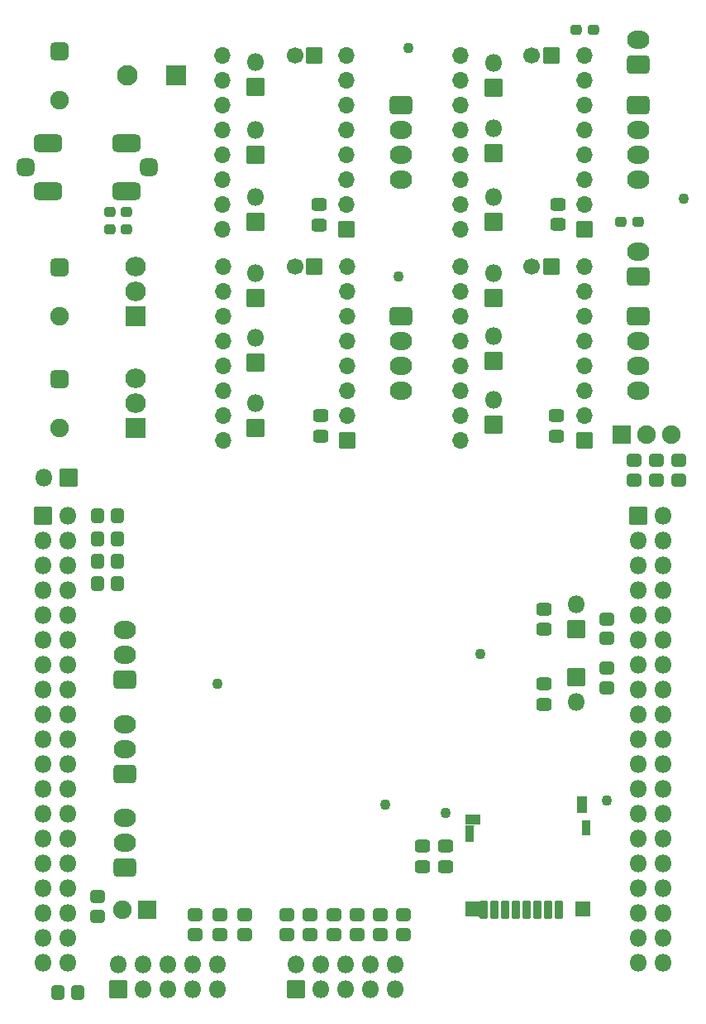
<source format=gts>
%TF.GenerationSoftware,KiCad,Pcbnew,6.0.5-a6ca702e91~116~ubuntu20.04.1*%
%TF.CreationDate,2022-07-31T14:48:14+02:00*%
%TF.ProjectId,nucleo_expansion,6e75636c-656f-45f6-9578-70616e73696f,v1.0*%
%TF.SameCoordinates,Original*%
%TF.FileFunction,Soldermask,Top*%
%TF.FilePolarity,Negative*%
%FSLAX46Y46*%
G04 Gerber Fmt 4.6, Leading zero omitted, Abs format (unit mm)*
G04 Created by KiCad (PCBNEW 6.0.5-a6ca702e91~116~ubuntu20.04.1) date 2022-07-31 14:48:14*
%MOMM*%
%LPD*%
G01*
G04 APERTURE LIST*
G04 Aperture macros list*
%AMRoundRect*
0 Rectangle with rounded corners*
0 $1 Rounding radius*
0 $2 $3 $4 $5 $6 $7 $8 $9 X,Y pos of 4 corners*
0 Add a 4 corners polygon primitive as box body*
4,1,4,$2,$3,$4,$5,$6,$7,$8,$9,$2,$3,0*
0 Add four circle primitives for the rounded corners*
1,1,$1+$1,$2,$3*
1,1,$1+$1,$4,$5*
1,1,$1+$1,$6,$7*
1,1,$1+$1,$8,$9*
0 Add four rect primitives between the rounded corners*
20,1,$1+$1,$2,$3,$4,$5,0*
20,1,$1+$1,$4,$5,$6,$7,0*
20,1,$1+$1,$6,$7,$8,$9,0*
20,1,$1+$1,$8,$9,$2,$3,0*%
G04 Aperture macros list end*
%ADD10C,1.100000*%
%ADD11RoundRect,0.300000X-0.475000X0.337500X-0.475000X-0.337500X0.475000X-0.337500X0.475000X0.337500X0*%
%ADD12O,2.290000X1.840000*%
%ADD13RoundRect,0.300000X0.845000X-0.620000X0.845000X0.620000X-0.845000X0.620000X-0.845000X-0.620000X0*%
%ADD14RoundRect,0.300000X-0.845000X0.620000X-0.845000X-0.620000X0.845000X-0.620000X0.845000X0.620000X0*%
%ADD15RoundRect,0.300000X0.350000X0.450000X-0.350000X0.450000X-0.350000X-0.450000X0.350000X-0.450000X0*%
%ADD16O,1.800000X1.800000*%
%ADD17RoundRect,0.050000X0.850000X0.850000X-0.850000X0.850000X-0.850000X-0.850000X0.850000X-0.850000X0*%
%ADD18O,1.700000X1.700000*%
%ADD19RoundRect,0.050000X0.800000X0.800000X-0.800000X0.800000X-0.800000X-0.800000X0.800000X-0.800000X0*%
%ADD20RoundRect,0.300000X-0.450000X0.350000X-0.450000X-0.350000X0.450000X-0.350000X0.450000X0.350000X0*%
%ADD21RoundRect,0.050000X-0.850000X-0.850000X0.850000X-0.850000X0.850000X0.850000X-0.850000X0.850000X0*%
%ADD22RoundRect,0.300000X0.475000X-0.337500X0.475000X0.337500X-0.475000X0.337500X-0.475000X-0.337500X0*%
%ADD23RoundRect,0.300000X0.450000X-0.350000X0.450000X0.350000X-0.450000X0.350000X-0.450000X-0.350000X0*%
%ADD24RoundRect,0.050000X0.900000X0.900000X-0.900000X0.900000X-0.900000X-0.900000X0.900000X-0.900000X0*%
%ADD25C,1.900000*%
%ADD26C,1.700000*%
%ADD27RoundRect,0.287500X-0.287500X-0.237500X0.287500X-0.237500X0.287500X0.237500X-0.287500X0.237500X0*%
%ADD28O,1.900000X1.900000*%
%ADD29RoundRect,0.050000X-0.900000X-0.900000X0.900000X-0.900000X0.900000X0.900000X-0.900000X0.900000X0*%
%ADD30O,2.100000X2.005000*%
%ADD31RoundRect,0.050000X1.000000X-0.952500X1.000000X0.952500X-1.000000X0.952500X-1.000000X-0.952500X0*%
%ADD32RoundRect,0.050000X0.850000X-0.850000X0.850000X0.850000X-0.850000X0.850000X-0.850000X-0.850000X0*%
%ADD33C,2.100000*%
%ADD34RoundRect,0.050000X1.000000X1.000000X-1.000000X1.000000X-1.000000X-1.000000X1.000000X-1.000000X0*%
%ADD35RoundRect,0.050000X-0.850000X0.850000X-0.850000X-0.850000X0.850000X-0.850000X0.850000X0.850000X0*%
%ADD36C,1.903400*%
%ADD37RoundRect,0.500850X-0.450850X0.450850X-0.450850X-0.450850X0.450850X-0.450850X0.450850X0.450850X0*%
%ADD38RoundRect,0.050000X-0.400000X-0.700000X0.400000X-0.700000X0.400000X0.700000X-0.400000X0.700000X0*%
%ADD39RoundRect,0.050000X-0.750000X-0.750000X0.750000X-0.750000X0.750000X0.750000X-0.750000X0.750000X0*%
%ADD40RoundRect,0.050000X-0.650000X-0.750000X0.650000X-0.750000X0.650000X0.750000X-0.650000X0.750000X0*%
%ADD41RoundRect,0.050000X-0.400000X-0.750000X0.400000X-0.750000X0.400000X0.750000X-0.400000X0.750000X0*%
%ADD42RoundRect,0.050000X-0.500000X-0.775000X0.500000X-0.775000X0.500000X0.775000X-0.500000X0.775000X0*%
%ADD43RoundRect,0.050000X-0.725000X-0.500000X0.725000X-0.500000X0.725000X0.500000X-0.725000X0.500000X0*%
%ADD44RoundRect,0.050000X-0.350000X-0.875000X0.350000X-0.875000X0.350000X0.875000X-0.350000X0.875000X0*%
%ADD45RoundRect,0.475000X0.425000X0.425000X-0.425000X0.425000X-0.425000X-0.425000X0.425000X-0.425000X0*%
%ADD46RoundRect,0.475000X0.975000X0.425000X-0.975000X0.425000X-0.975000X-0.425000X0.975000X-0.425000X0*%
G04 APERTURE END LIST*
D10*
X198882000Y-38735000D03*
X169672000Y-46736000D03*
X170688000Y-23368000D03*
X168275000Y-100711000D03*
X151130000Y-88392000D03*
X178054000Y-85344000D03*
D11*
X161671000Y-63035000D03*
X161671000Y-60960000D03*
D12*
X141605000Y-82924000D03*
X141605000Y-85464000D03*
D13*
X141605000Y-88004000D03*
D12*
X169926000Y-58420000D03*
X169926000Y-55880000D03*
X169926000Y-53340000D03*
D14*
X169926000Y-50800000D03*
D15*
X134788400Y-119938800D03*
X136788400Y-119938800D03*
D16*
X179370200Y-24856200D03*
D17*
X179370200Y-27396200D03*
D12*
X141605000Y-92516000D03*
X141605000Y-95056000D03*
D13*
X141605000Y-97596000D03*
D18*
X151590000Y-41903000D03*
X151590000Y-39363000D03*
X151590000Y-36823000D03*
X151590000Y-34283000D03*
X151590000Y-31743000D03*
X151590000Y-29203000D03*
X151590000Y-26663000D03*
X151590000Y-24123000D03*
X164290000Y-24123000D03*
X164290000Y-26663000D03*
X164290000Y-29203000D03*
X164290000Y-31743000D03*
X164290000Y-34283000D03*
X164290000Y-36823000D03*
X164290000Y-39363000D03*
D19*
X164290000Y-41903000D03*
D20*
X170131000Y-114014000D03*
X170131000Y-112014000D03*
D16*
X187833000Y-90276000D03*
D21*
X187833000Y-87736000D03*
D22*
X174472600Y-104986000D03*
X174472600Y-107061000D03*
D23*
X153924000Y-112014000D03*
X153924000Y-114014000D03*
D16*
X154973000Y-59695000D03*
D17*
X154973000Y-62235000D03*
D23*
X138811000Y-110150400D03*
X138811000Y-112150400D03*
D24*
X143896000Y-111506000D03*
D25*
X141356000Y-111506000D03*
D10*
X174498000Y-101600000D03*
D11*
X185946000Y-41402200D03*
X185946000Y-39327200D03*
D26*
X183311000Y-24087200D03*
D19*
X185311000Y-24087200D03*
D12*
X194201000Y-58420000D03*
X194201000Y-55880000D03*
X194201000Y-53340000D03*
D14*
X194201000Y-50800000D03*
D12*
X194221000Y-22503000D03*
D13*
X194221000Y-25043000D03*
D27*
X189615000Y-21463000D03*
X187865000Y-21463000D03*
D28*
X197612000Y-62859000D03*
X195072000Y-62859000D03*
D29*
X192532000Y-62859000D03*
D23*
X191008000Y-86786000D03*
X191008000Y-88786000D03*
D16*
X179390200Y-59307000D03*
D17*
X179390200Y-61847000D03*
D12*
X169926000Y-36823000D03*
X169926000Y-34283000D03*
X169926000Y-31743000D03*
D14*
X169926000Y-29203000D03*
D30*
X142748000Y-45720000D03*
X142748000Y-48260000D03*
D31*
X142748000Y-50800000D03*
D30*
X142748000Y-57150000D03*
X142748000Y-59690000D03*
D31*
X142748000Y-62230000D03*
D16*
X154973000Y-31748000D03*
D17*
X154973000Y-34288000D03*
D22*
X172085000Y-104986000D03*
X172085000Y-107061000D03*
D16*
X179390200Y-46353000D03*
D17*
X179390200Y-48893000D03*
D20*
X160619800Y-114014000D03*
X160619800Y-112014000D03*
D16*
X154973000Y-24763000D03*
D17*
X154973000Y-27303000D03*
D23*
X151384000Y-112014000D03*
X151384000Y-114014000D03*
D11*
X161544000Y-41445000D03*
X161544000Y-39370000D03*
D16*
X179370200Y-31592200D03*
D17*
X179370200Y-34132200D03*
D27*
X141803700Y-41910000D03*
X140053700Y-41910000D03*
D15*
X138827000Y-73528333D03*
X140827000Y-73528333D03*
D20*
X196087000Y-67548000D03*
X196087000Y-65548000D03*
D16*
X151135000Y-117099000D03*
X151135000Y-119639000D03*
X148595000Y-117099000D03*
X148595000Y-119639000D03*
X146055000Y-117099000D03*
X146055000Y-119639000D03*
X143515000Y-117099000D03*
X143515000Y-119639000D03*
X140975000Y-117099000D03*
D32*
X140975000Y-119639000D03*
D33*
X141893677Y-26154200D03*
D34*
X146893677Y-26154200D03*
D18*
X175961200Y-41867200D03*
X175961200Y-39327200D03*
X175961200Y-36787200D03*
X175961200Y-34247200D03*
X175961200Y-31707200D03*
X175961200Y-29167200D03*
X175961200Y-26627200D03*
X175961200Y-24087200D03*
X188661200Y-24087200D03*
X188661200Y-26627200D03*
X188661200Y-29167200D03*
X188661200Y-31707200D03*
X188661200Y-34247200D03*
X188661200Y-36787200D03*
X188661200Y-39327200D03*
D19*
X188661200Y-41867200D03*
D16*
X133300000Y-67310000D03*
D35*
X135840000Y-67310000D03*
D16*
X154973000Y-52959000D03*
D17*
X154973000Y-55499000D03*
D36*
X134917299Y-62190000D03*
D37*
X134917299Y-57190000D03*
D16*
X187833000Y-80269000D03*
D17*
X187833000Y-82809000D03*
D20*
X165375400Y-114014000D03*
X165375400Y-112014000D03*
D11*
X185819000Y-63035000D03*
X185819000Y-60960000D03*
D20*
X167753200Y-114014000D03*
X167753200Y-112014000D03*
D11*
X184531000Y-88392000D03*
X184531000Y-90467000D03*
D22*
X184531000Y-80750500D03*
X184531000Y-82825500D03*
D20*
X158242000Y-114014000D03*
X158242000Y-112014000D03*
D26*
X159036000Y-45720000D03*
D19*
X161036000Y-45720000D03*
D20*
X193802000Y-67548000D03*
X193802000Y-65548000D03*
D26*
X183311000Y-45713000D03*
D19*
X185311000Y-45713000D03*
D18*
X175971200Y-63493000D03*
X175971200Y-60953000D03*
X175971200Y-58413000D03*
X175971200Y-55873000D03*
X175971200Y-53333000D03*
X175971200Y-50793000D03*
X175971200Y-48253000D03*
X175971200Y-45713000D03*
X188671200Y-45713000D03*
X188671200Y-48253000D03*
X188671200Y-50793000D03*
X188671200Y-53333000D03*
X188671200Y-55873000D03*
X188671200Y-58413000D03*
X188671200Y-60953000D03*
D19*
X188671200Y-63493000D03*
D16*
X154973000Y-38606000D03*
D17*
X154973000Y-41146000D03*
D38*
X188855000Y-103147000D03*
D39*
X188505000Y-111397000D03*
D40*
X177155000Y-111397000D03*
D41*
X176905000Y-103797000D03*
D42*
X188455000Y-100722000D03*
D43*
X177230000Y-102297000D03*
D44*
X178355000Y-111522000D03*
X179455000Y-111522000D03*
X180555000Y-111522000D03*
X181655000Y-111522000D03*
X182755000Y-111522000D03*
X183855000Y-111522000D03*
X184955000Y-111522000D03*
X186055000Y-111522000D03*
D12*
X194201000Y-36823000D03*
X194201000Y-34283000D03*
X194201000Y-31743000D03*
D14*
X194201000Y-29203000D03*
D36*
X134917299Y-28662000D03*
D37*
X134917299Y-23662000D03*
D20*
X162997600Y-114030000D03*
X162997600Y-112030000D03*
D36*
X134917299Y-50760000D03*
D37*
X134917299Y-45760000D03*
D15*
X138827000Y-71240000D03*
X140827000Y-71240000D03*
X138827000Y-78105000D03*
X140827000Y-78105000D03*
D45*
X131453700Y-35528000D03*
D46*
X133703700Y-33078000D03*
X133703700Y-37978000D03*
X141803700Y-33078000D03*
X141803700Y-37978000D03*
D45*
X144053700Y-35528000D03*
D27*
X141803700Y-40132000D03*
X140053700Y-40132000D03*
D10*
X191008000Y-100330000D03*
D23*
X148844000Y-112014000D03*
X148844000Y-114014000D03*
D18*
X151671000Y-63500000D03*
X151671000Y-60960000D03*
X151671000Y-58420000D03*
X151671000Y-55880000D03*
X151671000Y-53340000D03*
X151671000Y-50800000D03*
X151671000Y-48260000D03*
X151671000Y-45720000D03*
X164371000Y-45720000D03*
X164371000Y-48260000D03*
X164371000Y-50800000D03*
X164371000Y-53340000D03*
X164371000Y-55880000D03*
X164371000Y-58420000D03*
X164371000Y-60960000D03*
D19*
X164371000Y-63500000D03*
D20*
X198372000Y-67548000D03*
X198372000Y-65548000D03*
D16*
X154973000Y-46355000D03*
D17*
X154973000Y-48895000D03*
D12*
X194201000Y-44196000D03*
D13*
X194201000Y-46736000D03*
D32*
X159131000Y-119634000D03*
D16*
X159131000Y-117094000D03*
X161671000Y-119634000D03*
X161671000Y-117094000D03*
X164211000Y-119634000D03*
X164211000Y-117094000D03*
X166751000Y-119634000D03*
X166751000Y-117094000D03*
X169291000Y-119634000D03*
X169291000Y-117094000D03*
D26*
X159036000Y-24087200D03*
D19*
X161036000Y-24087200D03*
D27*
X192451000Y-41148000D03*
X194201000Y-41148000D03*
D20*
X191008000Y-83759000D03*
X191008000Y-81759000D03*
D16*
X179390200Y-52830000D03*
D17*
X179390200Y-55370000D03*
D16*
X179370200Y-38577200D03*
D17*
X179370200Y-41117200D03*
D15*
X138827000Y-75816666D03*
X140827000Y-75816666D03*
D12*
X141605000Y-102108000D03*
X141605000Y-104648000D03*
D13*
X141605000Y-107188000D03*
D16*
X135790000Y-116960000D03*
X133250000Y-116960000D03*
X135790000Y-114420000D03*
X133250000Y-114420000D03*
X135790000Y-111880000D03*
X133250000Y-111880000D03*
X135790000Y-109340000D03*
X133250000Y-109340000D03*
X135790000Y-106800000D03*
X133250000Y-106800000D03*
X135790000Y-104260000D03*
X133250000Y-104260000D03*
X135790000Y-101720000D03*
X133250000Y-101720000D03*
X135790000Y-99180000D03*
X133250000Y-99180000D03*
X135790000Y-96640000D03*
X133250000Y-96640000D03*
X135790000Y-94100000D03*
X133250000Y-94100000D03*
X135790000Y-91560000D03*
X133250000Y-91560000D03*
X135790000Y-89020000D03*
X133250000Y-89020000D03*
X135790000Y-86480000D03*
X133250000Y-86480000D03*
X135790000Y-83940000D03*
X133250000Y-83940000D03*
X135790000Y-81400000D03*
X133250000Y-81400000D03*
X135790000Y-78860000D03*
X133250000Y-78860000D03*
X135790000Y-76320000D03*
X133250000Y-76320000D03*
X135790000Y-73780000D03*
X133250000Y-73780000D03*
X135790000Y-71240000D03*
D17*
X133250000Y-71240000D03*
X194210000Y-71240000D03*
D16*
X196750000Y-71240000D03*
X194210000Y-73780000D03*
X196750000Y-73780000D03*
X194210000Y-76320000D03*
X196750000Y-76320000D03*
X194210000Y-78860000D03*
X196750000Y-78860000D03*
X194210000Y-81400000D03*
X196750000Y-81400000D03*
X194210000Y-83940000D03*
X196750000Y-83940000D03*
X194210000Y-86480000D03*
X196750000Y-86480000D03*
X194210000Y-89020000D03*
X196750000Y-89020000D03*
X194210000Y-91560000D03*
X196750000Y-91560000D03*
X194210000Y-94100000D03*
X196750000Y-94100000D03*
X194210000Y-96640000D03*
X196750000Y-96640000D03*
X194210000Y-99180000D03*
X196750000Y-99180000D03*
X194210000Y-101720000D03*
X196750000Y-101720000D03*
X194210000Y-104260000D03*
X196750000Y-104260000D03*
X194210000Y-106800000D03*
X196750000Y-106800000D03*
X194210000Y-109340000D03*
X196750000Y-109340000D03*
X194210000Y-111880000D03*
X196750000Y-111880000D03*
X194210000Y-114420000D03*
X196750000Y-114420000D03*
X194210000Y-116960000D03*
X196750000Y-116960000D03*
G36*
X177970427Y-110611093D02*
G01*
X177970991Y-110613012D01*
X177970710Y-110613651D01*
X177960691Y-110628645D01*
X177957000Y-110647199D01*
X177957000Y-112319420D01*
X177956000Y-112321152D01*
X177954000Y-112321152D01*
X177953081Y-112319983D01*
X177933087Y-112251890D01*
X177879915Y-112205817D01*
X177810884Y-112197770D01*
X177809280Y-112196576D01*
X177809511Y-112194589D01*
X177810726Y-112193821D01*
X177823355Y-112191309D01*
X177838913Y-112180913D01*
X177849309Y-112165355D01*
X177853000Y-112146801D01*
X177853000Y-110647199D01*
X177849309Y-110628645D01*
X177839397Y-110613811D01*
X177839266Y-110611815D01*
X177840929Y-110610704D01*
X177841658Y-110610791D01*
X177902753Y-110629922D01*
X177968484Y-110610621D01*
X177970427Y-110611093D01*
G37*
G36*
X176476057Y-102834234D02*
G01*
X176486645Y-102841309D01*
X176505199Y-102845000D01*
X177465004Y-102845000D01*
X177466736Y-102846000D01*
X177466736Y-102848000D01*
X177465567Y-102848919D01*
X177397474Y-102868913D01*
X177351381Y-102922107D01*
X177341355Y-102991842D01*
X177345922Y-103003762D01*
X177346016Y-103004088D01*
X177349613Y-103022174D01*
X177348970Y-103024068D01*
X177347008Y-103024458D01*
X177345988Y-103023675D01*
X177338913Y-103013087D01*
X177323355Y-103002691D01*
X177304801Y-102999000D01*
X176505199Y-102999000D01*
X176486645Y-103002691D01*
X176476057Y-103009766D01*
X176474061Y-103009897D01*
X176472950Y-103008234D01*
X176473283Y-103006992D01*
X176483509Y-102991687D01*
X176504627Y-102924248D01*
X176483500Y-102852299D01*
X176473283Y-102837008D01*
X176473152Y-102835012D01*
X176474815Y-102833901D01*
X176476057Y-102834234D01*
G37*
M02*

</source>
